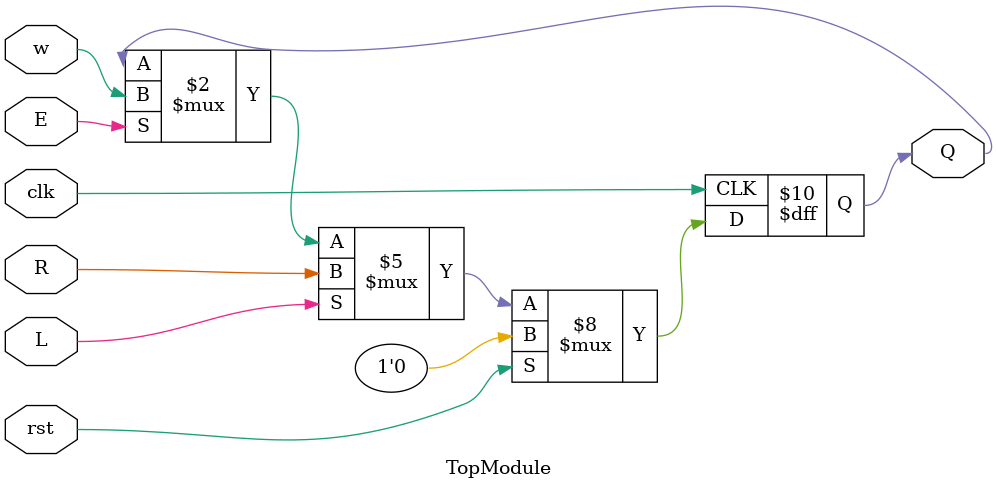
<source format=sv>
module TopModule (
    input wire clk,    // Clock signal, positive edge-triggered
    input wire rst,    // Synchronous reset signal
    input wire w,      // Input from the previous stage of the shift register
    input wire R,      // Value to load into the register
    input wire E,      // Enable signal for shifting
    input wire L,      // Load signal, prioritizes loading over shifting
    output reg Q       // Output to the next stage or external circuit
);

always @(posedge clk) begin
    if (rst) begin
        Q <= 1'b0;  // Define reset behavior
    end else if (L) begin
        Q <= R;    // Load R into Q
    end else if (E) begin
        Q <= w;    // Shift w into Q
    end
    // No else needed as Q retains its value otherwise
end

endmodule
</source>
